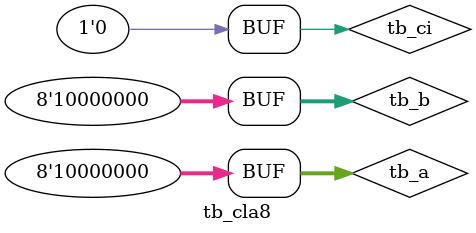
<source format=v>
`timescale 1ns/100ps

module tb_cla8;			//testbench of CLA8
	reg [7:0] tb_a, tb_b;
	reg tb_ci;
	wire [7:0] tb_s;
	wire tb_co;
	
	cla8 U0_cla8(tb_s, tb_co, tb_a, tb_b, tb_ci);
	
	initial begin
		tb_a = 8'b0000_0000; tb_b = 8'b0000_0000; tb_ci = 0; #10;		//start
		tb_a = 8'b0000_0001; tb_b = 8'b0000_0001; tb_ci = 1; #10;		//s = 0000_0011, co = 0
		tb_a = 8'b0001_1000; tb_b = 8'b0001_1000; tb_ci = 0; #10;		//s = 0011_0000, co = 0
		tb_a = 8'b1000_0000; tb_b = 8'b1000_0000; tb_ci = 0; #10;		//s = 0000_0000, co = 1
	
	
	end
endmodule

	
</source>
